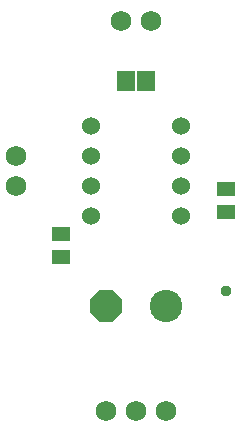
<source format=gbr>
G04 EAGLE Gerber RS-274X export*
G75*
%MOMM*%
%FSLAX34Y34*%
%LPD*%
%INSoldermask Top*%
%IPPOS*%
%AMOC8*
5,1,8,0,0,1.08239X$1,22.5*%
G01*
%ADD10R,1.503200X1.703200*%
%ADD11C,2.743200*%
%ADD12P,2.969212X8X202.500000*%
%ADD13R,1.603200X1.303200*%
%ADD14C,1.524000*%
%ADD15C,1.727200*%
%ADD16C,0.959600*%


D10*
X135500Y317500D03*
X118500Y317500D03*
D11*
X152400Y127000D03*
D12*
X101600Y127000D03*
D13*
X63500Y187800D03*
X63500Y167800D03*
X203200Y225900D03*
X203200Y205900D03*
D14*
X88900Y279400D03*
X88900Y254000D03*
X165100Y254000D03*
X165100Y279400D03*
X88900Y228600D03*
X88900Y203200D03*
X165100Y228600D03*
X165100Y203200D03*
D15*
X139700Y368300D03*
X114300Y368300D03*
X25400Y228600D03*
X25400Y254000D03*
X101600Y38100D03*
X127000Y38100D03*
X152400Y38100D03*
D16*
X203200Y139700D03*
M02*

</source>
